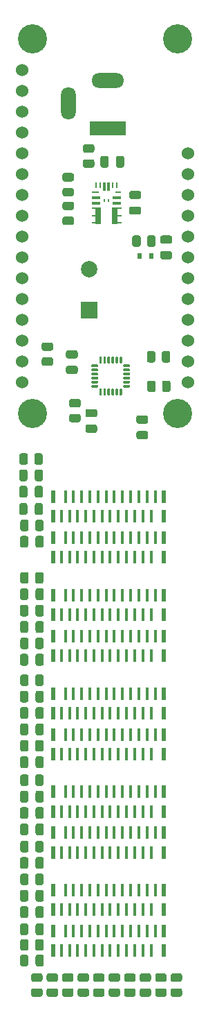
<source format=gbr>
G04 #@! TF.GenerationSoftware,KiCad,Pcbnew,(5.1.9)-1*
G04 #@! TF.CreationDate,2021-02-24T14:06:18-05:00*
G04 #@! TF.ProjectId,feather_multi_oled,66656174-6865-4725-9f6d-756c74695f6f,0.1a*
G04 #@! TF.SameCoordinates,Original*
G04 #@! TF.FileFunction,Soldermask,Top*
G04 #@! TF.FilePolarity,Negative*
%FSLAX46Y46*%
G04 Gerber Fmt 4.6, Leading zero omitted, Abs format (unit mm)*
G04 Created by KiCad (PCBNEW (5.1.9)-1) date 2021-02-24 14:06:18*
%MOMM*%
%LPD*%
G01*
G04 APERTURE LIST*
%ADD10R,0.609600X1.600200*%
%ADD11R,0.406400X1.600200*%
%ADD12R,0.812800X0.254000*%
%ADD13R,1.092200X0.304800*%
%ADD14R,0.508000X0.254000*%
%ADD15R,0.711200X0.254000*%
%ADD16R,0.254000X0.711200*%
%ADD17R,0.304800X1.092200*%
%ADD18R,0.254000X0.406400*%
%ADD19R,0.700000X2.000000*%
%ADD20C,1.524000*%
%ADD21C,3.556000*%
%ADD22R,0.600000X0.700000*%
%ADD23O,1.800000X4.000000*%
%ADD24O,4.000000X1.800000*%
%ADD25R,4.400000X1.800000*%
%ADD26R,2.000000X2.000000*%
%ADD27C,2.000000*%
G04 APERTURE END LIST*
D10*
X115516000Y-108524800D03*
X102003200Y-108524800D03*
X115516000Y-110912400D03*
X102003200Y-110912400D03*
D11*
X102993800Y-110912400D03*
X103501800Y-108524800D03*
X104009800Y-110912400D03*
X104492400Y-108524800D03*
X105000400Y-110912400D03*
X105508400Y-108524800D03*
X105991000Y-110912400D03*
X106499000Y-108524800D03*
X107007000Y-110912400D03*
X107489600Y-108524800D03*
X107997600Y-110912400D03*
X108505600Y-108524800D03*
X108988200Y-110912400D03*
X109496200Y-108524800D03*
X110004200Y-110912400D03*
X110512200Y-108524800D03*
X110994800Y-110912400D03*
X111502800Y-108524800D03*
X112010800Y-110912400D03*
X112493400Y-108524800D03*
X113001400Y-110912400D03*
X113509400Y-108524800D03*
X113992000Y-110912400D03*
X114500000Y-108524800D03*
D10*
X115516000Y-103524800D03*
X102003200Y-103524800D03*
X115516000Y-105912400D03*
X102003200Y-105912400D03*
D11*
X102993800Y-105912400D03*
X103501800Y-103524800D03*
X104009800Y-105912400D03*
X104492400Y-103524800D03*
X105000400Y-105912400D03*
X105508400Y-103524800D03*
X105991000Y-105912400D03*
X106499000Y-103524800D03*
X107007000Y-105912400D03*
X107489600Y-103524800D03*
X107997600Y-105912400D03*
X108505600Y-103524800D03*
X108988200Y-105912400D03*
X109496200Y-103524800D03*
X110004200Y-105912400D03*
X110512200Y-103524800D03*
X110994800Y-105912400D03*
X111502800Y-103524800D03*
X112010800Y-105912400D03*
X112493400Y-103524800D03*
X113001400Y-105912400D03*
X113509400Y-103524800D03*
X113992000Y-105912400D03*
X114500000Y-103524800D03*
D10*
X115516000Y-115524800D03*
X102003200Y-115524800D03*
X115516000Y-117912400D03*
X102003200Y-117912400D03*
D11*
X102993800Y-117912400D03*
X103501800Y-115524800D03*
X104009800Y-117912400D03*
X104492400Y-115524800D03*
X105000400Y-117912400D03*
X105508400Y-115524800D03*
X105991000Y-117912400D03*
X106499000Y-115524800D03*
X107007000Y-117912400D03*
X107489600Y-115524800D03*
X107997600Y-117912400D03*
X108505600Y-115524800D03*
X108988200Y-117912400D03*
X109496200Y-115524800D03*
X110004200Y-117912400D03*
X110512200Y-115524800D03*
X110994800Y-117912400D03*
X111502800Y-115524800D03*
X112010800Y-117912400D03*
X112493400Y-115524800D03*
X113001400Y-117912400D03*
X113509400Y-115524800D03*
X113992000Y-117912400D03*
X114500000Y-115524800D03*
D10*
X115516000Y-127524800D03*
X102003200Y-127524800D03*
X115516000Y-129912400D03*
X102003200Y-129912400D03*
D11*
X102993800Y-129912400D03*
X103501800Y-127524800D03*
X104009800Y-129912400D03*
X104492400Y-127524800D03*
X105000400Y-129912400D03*
X105508400Y-127524800D03*
X105991000Y-129912400D03*
X106499000Y-127524800D03*
X107007000Y-129912400D03*
X107489600Y-127524800D03*
X107997600Y-129912400D03*
X108505600Y-127524800D03*
X108988200Y-129912400D03*
X109496200Y-127524800D03*
X110004200Y-129912400D03*
X110512200Y-127524800D03*
X110994800Y-129912400D03*
X111502800Y-127524800D03*
X112010800Y-129912400D03*
X112493400Y-127524800D03*
X113001400Y-129912400D03*
X113509400Y-127524800D03*
X113992000Y-129912400D03*
X114500000Y-127524800D03*
D10*
X115516000Y-120524800D03*
X102003200Y-120524800D03*
X115516000Y-122912400D03*
X102003200Y-122912400D03*
D11*
X102993800Y-122912400D03*
X103501800Y-120524800D03*
X104009800Y-122912400D03*
X104492400Y-120524800D03*
X105000400Y-122912400D03*
X105508400Y-120524800D03*
X105991000Y-122912400D03*
X106499000Y-120524800D03*
X107007000Y-122912400D03*
X107489600Y-120524800D03*
X107997600Y-122912400D03*
X108505600Y-120524800D03*
X108988200Y-122912400D03*
X109496200Y-120524800D03*
X110004200Y-122912400D03*
X110512200Y-120524800D03*
X110994800Y-122912400D03*
X111502800Y-120524800D03*
X112010800Y-122912400D03*
X112493400Y-120524800D03*
X113001400Y-122912400D03*
X113509400Y-120524800D03*
X113992000Y-122912400D03*
X114500000Y-120524800D03*
D10*
X115516000Y-132524800D03*
X102003200Y-132524800D03*
X115516000Y-134912400D03*
X102003200Y-134912400D03*
D11*
X102993800Y-134912400D03*
X103501800Y-132524800D03*
X104009800Y-134912400D03*
X104492400Y-132524800D03*
X105000400Y-134912400D03*
X105508400Y-132524800D03*
X105991000Y-134912400D03*
X106499000Y-132524800D03*
X107007000Y-134912400D03*
X107489600Y-132524800D03*
X107997600Y-134912400D03*
X108505600Y-132524800D03*
X108988200Y-134912400D03*
X109496200Y-132524800D03*
X110004200Y-134912400D03*
X110512200Y-132524800D03*
X110994800Y-134912400D03*
X111502800Y-132524800D03*
X112010800Y-134912400D03*
X112493400Y-132524800D03*
X113001400Y-134912400D03*
X113509400Y-132524800D03*
X113992000Y-134912400D03*
X114500000Y-132524800D03*
D10*
X115516000Y-139524800D03*
X102003200Y-139524800D03*
X115516000Y-141912400D03*
X102003200Y-141912400D03*
D11*
X102993800Y-141912400D03*
X103501800Y-139524800D03*
X104009800Y-141912400D03*
X104492400Y-139524800D03*
X105000400Y-141912400D03*
X105508400Y-139524800D03*
X105991000Y-141912400D03*
X106499000Y-139524800D03*
X107007000Y-141912400D03*
X107489600Y-139524800D03*
X107997600Y-141912400D03*
X108505600Y-139524800D03*
X108988200Y-141912400D03*
X109496200Y-139524800D03*
X110004200Y-141912400D03*
X110512200Y-139524800D03*
X110994800Y-141912400D03*
X111502800Y-139524800D03*
X112010800Y-141912400D03*
X112493400Y-139524800D03*
X113001400Y-141912400D03*
X113509400Y-139524800D03*
X113992000Y-141912400D03*
X114500000Y-139524800D03*
D10*
X115516000Y-144524800D03*
X102003200Y-144524800D03*
X115516000Y-146912400D03*
X102003200Y-146912400D03*
D11*
X102993800Y-146912400D03*
X103501800Y-144524800D03*
X104009800Y-146912400D03*
X104492400Y-144524800D03*
X105000400Y-146912400D03*
X105508400Y-144524800D03*
X105991000Y-146912400D03*
X106499000Y-144524800D03*
X107007000Y-146912400D03*
X107489600Y-144524800D03*
X107997600Y-146912400D03*
X108505600Y-144524800D03*
X108988200Y-146912400D03*
X109496200Y-144524800D03*
X110004200Y-146912400D03*
X110512200Y-144524800D03*
X110994800Y-146912400D03*
X111502800Y-144524800D03*
X112010800Y-146912400D03*
X112493400Y-144524800D03*
X113001400Y-146912400D03*
X113509400Y-144524800D03*
X113992000Y-146912400D03*
X114500000Y-144524800D03*
D10*
X115516000Y-151524800D03*
X102003200Y-151524800D03*
X115516000Y-153912400D03*
X102003200Y-153912400D03*
D11*
X102993800Y-153912400D03*
X103501800Y-151524800D03*
X104009800Y-153912400D03*
X104492400Y-151524800D03*
X105000400Y-153912400D03*
X105508400Y-151524800D03*
X105991000Y-153912400D03*
X106499000Y-151524800D03*
X107007000Y-153912400D03*
X107489600Y-151524800D03*
X107997600Y-153912400D03*
X108505600Y-151524800D03*
X108988200Y-153912400D03*
X109496200Y-151524800D03*
X110004200Y-153912400D03*
X110512200Y-151524800D03*
X110994800Y-153912400D03*
X111502800Y-151524800D03*
X112010800Y-153912400D03*
X112493400Y-151524800D03*
X113001400Y-153912400D03*
X113509400Y-151524800D03*
X113992000Y-153912400D03*
X114500000Y-151524800D03*
D10*
X115516000Y-156524800D03*
X102003200Y-156524800D03*
X115516000Y-158912400D03*
X102003200Y-158912400D03*
D11*
X102993800Y-158912400D03*
X103501800Y-156524800D03*
X104009800Y-158912400D03*
X104492400Y-156524800D03*
X105000400Y-158912400D03*
X105508400Y-156524800D03*
X105991000Y-158912400D03*
X106499000Y-156524800D03*
X107007000Y-158912400D03*
X107489600Y-156524800D03*
X107997600Y-158912400D03*
X108505600Y-156524800D03*
X108988200Y-158912400D03*
X109496200Y-156524800D03*
X110004200Y-158912400D03*
X110512200Y-156524800D03*
X110994800Y-158912400D03*
X111502800Y-156524800D03*
X112010800Y-158912400D03*
X112493400Y-156524800D03*
X113001400Y-158912400D03*
X113509400Y-156524800D03*
X113992000Y-158912400D03*
X114500000Y-156524800D03*
D12*
X107156000Y-66375000D03*
D13*
X107296000Y-67024999D03*
X107296000Y-67675000D03*
D14*
X107004000Y-68325000D03*
X107004000Y-69175001D03*
X107004000Y-70025000D03*
X110096000Y-70025000D03*
X110096000Y-69175001D03*
X110096000Y-68325000D03*
D13*
X109804000Y-67675000D03*
X109804000Y-67024999D03*
D15*
X109994000Y-66375000D03*
D16*
X109800000Y-65481000D03*
X109300001Y-65481000D03*
D17*
X108800000Y-65671000D03*
X108300000Y-65671000D03*
D16*
X107799999Y-65481000D03*
X107300000Y-65481000D03*
D18*
X108300000Y-67350000D03*
X108800000Y-67350000D03*
D19*
X107534000Y-69195000D03*
X109566000Y-69195000D03*
D20*
X118560000Y-61610000D03*
X118560000Y-64150000D03*
X118560000Y-66690000D03*
X118560000Y-69230000D03*
X118560000Y-71770000D03*
X118560000Y-74310000D03*
X118560000Y-76850000D03*
X118560000Y-79390000D03*
X118560000Y-81930000D03*
X118560000Y-84470000D03*
X118560000Y-87010000D03*
X118560000Y-89550000D03*
X98240000Y-89550000D03*
X98240000Y-87010000D03*
X98240000Y-84470000D03*
X98240000Y-81930000D03*
X98240000Y-79390000D03*
X98240000Y-76850000D03*
X98240000Y-74310000D03*
X98240000Y-71770000D03*
X98240000Y-69230000D03*
X98240000Y-66690000D03*
X98240000Y-64150000D03*
X98240000Y-61610000D03*
X98240000Y-59070000D03*
X98240000Y-56530000D03*
X98240000Y-53990000D03*
X98240000Y-51450000D03*
D21*
X99510000Y-93360000D03*
X99510000Y-47640000D03*
X117290000Y-93360000D03*
X117290000Y-47640000D03*
G36*
G01*
X109700000Y-63100000D02*
X109700000Y-62150000D01*
G75*
G02*
X109950000Y-61900000I250000J0D01*
G01*
X110450000Y-61900000D01*
G75*
G02*
X110700000Y-62150000I0J-250000D01*
G01*
X110700000Y-63100000D01*
G75*
G02*
X110450000Y-63350000I-250000J0D01*
G01*
X109950000Y-63350000D01*
G75*
G02*
X109700000Y-63100000I0J250000D01*
G01*
G37*
G36*
G01*
X107800000Y-63100000D02*
X107800000Y-62150000D01*
G75*
G02*
X108050000Y-61900000I250000J0D01*
G01*
X108550000Y-61900000D01*
G75*
G02*
X108800000Y-62150000I0J-250000D01*
G01*
X108800000Y-63100000D01*
G75*
G02*
X108550000Y-63350000I-250000J0D01*
G01*
X108050000Y-63350000D01*
G75*
G02*
X107800000Y-63100000I0J250000D01*
G01*
G37*
G36*
G01*
X112525000Y-69075000D02*
X111575000Y-69075000D01*
G75*
G02*
X111325000Y-68825000I0J250000D01*
G01*
X111325000Y-68325000D01*
G75*
G02*
X111575000Y-68075000I250000J0D01*
G01*
X112525000Y-68075000D01*
G75*
G02*
X112775000Y-68325000I0J-250000D01*
G01*
X112775000Y-68825000D01*
G75*
G02*
X112525000Y-69075000I-250000J0D01*
G01*
G37*
G36*
G01*
X112525000Y-67175000D02*
X111575000Y-67175000D01*
G75*
G02*
X111325000Y-66925000I0J250000D01*
G01*
X111325000Y-66425000D01*
G75*
G02*
X111575000Y-66175000I250000J0D01*
G01*
X112525000Y-66175000D01*
G75*
G02*
X112775000Y-66425000I0J-250000D01*
G01*
X112775000Y-66925000D01*
G75*
G02*
X112525000Y-67175000I-250000J0D01*
G01*
G37*
G36*
G01*
X115375000Y-71625000D02*
X116325000Y-71625000D01*
G75*
G02*
X116575000Y-71875000I0J-250000D01*
G01*
X116575000Y-72375000D01*
G75*
G02*
X116325000Y-72625000I-250000J0D01*
G01*
X115375000Y-72625000D01*
G75*
G02*
X115125000Y-72375000I0J250000D01*
G01*
X115125000Y-71875000D01*
G75*
G02*
X115375000Y-71625000I250000J0D01*
G01*
G37*
G36*
G01*
X115375000Y-73525000D02*
X116325000Y-73525000D01*
G75*
G02*
X116575000Y-73775000I0J-250000D01*
G01*
X116575000Y-74275000D01*
G75*
G02*
X116325000Y-74525000I-250000J0D01*
G01*
X115375000Y-74525000D01*
G75*
G02*
X115125000Y-74275000I0J250000D01*
G01*
X115125000Y-73775000D01*
G75*
G02*
X115375000Y-73525000I250000J0D01*
G01*
G37*
G36*
G01*
X98850000Y-104525000D02*
X98850000Y-105475000D01*
G75*
G02*
X98600000Y-105725000I-250000J0D01*
G01*
X98100000Y-105725000D01*
G75*
G02*
X97850000Y-105475000I0J250000D01*
G01*
X97850000Y-104525000D01*
G75*
G02*
X98100000Y-104275000I250000J0D01*
G01*
X98600000Y-104275000D01*
G75*
G02*
X98850000Y-104525000I0J-250000D01*
G01*
G37*
G36*
G01*
X100750000Y-104525000D02*
X100750000Y-105475000D01*
G75*
G02*
X100500000Y-105725000I-250000J0D01*
G01*
X100000000Y-105725000D01*
G75*
G02*
X99750000Y-105475000I0J250000D01*
G01*
X99750000Y-104525000D01*
G75*
G02*
X100000000Y-104275000I250000J0D01*
G01*
X100500000Y-104275000D01*
G75*
G02*
X100750000Y-104525000I0J-250000D01*
G01*
G37*
G36*
G01*
X100750000Y-102425000D02*
X100750000Y-103375000D01*
G75*
G02*
X100500000Y-103625000I-250000J0D01*
G01*
X100000000Y-103625000D01*
G75*
G02*
X99750000Y-103375000I0J250000D01*
G01*
X99750000Y-102425000D01*
G75*
G02*
X100000000Y-102175000I250000J0D01*
G01*
X100500000Y-102175000D01*
G75*
G02*
X100750000Y-102425000I0J-250000D01*
G01*
G37*
G36*
G01*
X98850000Y-102425000D02*
X98850000Y-103375000D01*
G75*
G02*
X98600000Y-103625000I-250000J0D01*
G01*
X98100000Y-103625000D01*
G75*
G02*
X97850000Y-103375000I0J250000D01*
G01*
X97850000Y-102425000D01*
G75*
G02*
X98100000Y-102175000I250000J0D01*
G01*
X98600000Y-102175000D01*
G75*
G02*
X98850000Y-102425000I0J-250000D01*
G01*
G37*
G36*
G01*
X98850000Y-100425000D02*
X98850000Y-101375000D01*
G75*
G02*
X98600000Y-101625000I-250000J0D01*
G01*
X98100000Y-101625000D01*
G75*
G02*
X97850000Y-101375000I0J250000D01*
G01*
X97850000Y-100425000D01*
G75*
G02*
X98100000Y-100175000I250000J0D01*
G01*
X98600000Y-100175000D01*
G75*
G02*
X98850000Y-100425000I0J-250000D01*
G01*
G37*
G36*
G01*
X100750000Y-100425000D02*
X100750000Y-101375000D01*
G75*
G02*
X100500000Y-101625000I-250000J0D01*
G01*
X100000000Y-101625000D01*
G75*
G02*
X99750000Y-101375000I0J250000D01*
G01*
X99750000Y-100425000D01*
G75*
G02*
X100000000Y-100175000I250000J0D01*
G01*
X100500000Y-100175000D01*
G75*
G02*
X100750000Y-100425000I0J-250000D01*
G01*
G37*
G36*
G01*
X100850000Y-108525000D02*
X100850000Y-109475000D01*
G75*
G02*
X100600000Y-109725000I-250000J0D01*
G01*
X100100000Y-109725000D01*
G75*
G02*
X99850000Y-109475000I0J250000D01*
G01*
X99850000Y-108525000D01*
G75*
G02*
X100100000Y-108275000I250000J0D01*
G01*
X100600000Y-108275000D01*
G75*
G02*
X100850000Y-108525000I0J-250000D01*
G01*
G37*
G36*
G01*
X98950000Y-108525000D02*
X98950000Y-109475000D01*
G75*
G02*
X98700000Y-109725000I-250000J0D01*
G01*
X98200000Y-109725000D01*
G75*
G02*
X97950000Y-109475000I0J250000D01*
G01*
X97950000Y-108525000D01*
G75*
G02*
X98200000Y-108275000I250000J0D01*
G01*
X98700000Y-108275000D01*
G75*
G02*
X98950000Y-108525000I0J-250000D01*
G01*
G37*
G36*
G01*
X98950000Y-114925000D02*
X98950000Y-115875000D01*
G75*
G02*
X98700000Y-116125000I-250000J0D01*
G01*
X98200000Y-116125000D01*
G75*
G02*
X97950000Y-115875000I0J250000D01*
G01*
X97950000Y-114925000D01*
G75*
G02*
X98200000Y-114675000I250000J0D01*
G01*
X98700000Y-114675000D01*
G75*
G02*
X98950000Y-114925000I0J-250000D01*
G01*
G37*
G36*
G01*
X100850000Y-114925000D02*
X100850000Y-115875000D01*
G75*
G02*
X100600000Y-116125000I-250000J0D01*
G01*
X100100000Y-116125000D01*
G75*
G02*
X99850000Y-115875000I0J250000D01*
G01*
X99850000Y-114925000D01*
G75*
G02*
X100100000Y-114675000I250000J0D01*
G01*
X100600000Y-114675000D01*
G75*
G02*
X100850000Y-114925000I0J-250000D01*
G01*
G37*
G36*
G01*
X100850000Y-116925000D02*
X100850000Y-117875000D01*
G75*
G02*
X100600000Y-118125000I-250000J0D01*
G01*
X100100000Y-118125000D01*
G75*
G02*
X99850000Y-117875000I0J250000D01*
G01*
X99850000Y-116925000D01*
G75*
G02*
X100100000Y-116675000I250000J0D01*
G01*
X100600000Y-116675000D01*
G75*
G02*
X100850000Y-116925000I0J-250000D01*
G01*
G37*
G36*
G01*
X98950000Y-116925000D02*
X98950000Y-117875000D01*
G75*
G02*
X98700000Y-118125000I-250000J0D01*
G01*
X98200000Y-118125000D01*
G75*
G02*
X97950000Y-117875000I0J250000D01*
G01*
X97950000Y-116925000D01*
G75*
G02*
X98200000Y-116675000I250000J0D01*
G01*
X98700000Y-116675000D01*
G75*
G02*
X98950000Y-116925000I0J-250000D01*
G01*
G37*
G36*
G01*
X98950000Y-118925000D02*
X98950000Y-119875000D01*
G75*
G02*
X98700000Y-120125000I-250000J0D01*
G01*
X98200000Y-120125000D01*
G75*
G02*
X97950000Y-119875000I0J250000D01*
G01*
X97950000Y-118925000D01*
G75*
G02*
X98200000Y-118675000I250000J0D01*
G01*
X98700000Y-118675000D01*
G75*
G02*
X98950000Y-118925000I0J-250000D01*
G01*
G37*
G36*
G01*
X100850000Y-118925000D02*
X100850000Y-119875000D01*
G75*
G02*
X100600000Y-120125000I-250000J0D01*
G01*
X100100000Y-120125000D01*
G75*
G02*
X99850000Y-119875000I0J250000D01*
G01*
X99850000Y-118925000D01*
G75*
G02*
X100100000Y-118675000I250000J0D01*
G01*
X100600000Y-118675000D01*
G75*
G02*
X100850000Y-118925000I0J-250000D01*
G01*
G37*
G36*
G01*
X98950000Y-127425000D02*
X98950000Y-128375000D01*
G75*
G02*
X98700000Y-128625000I-250000J0D01*
G01*
X98200000Y-128625000D01*
G75*
G02*
X97950000Y-128375000I0J250000D01*
G01*
X97950000Y-127425000D01*
G75*
G02*
X98200000Y-127175000I250000J0D01*
G01*
X98700000Y-127175000D01*
G75*
G02*
X98950000Y-127425000I0J-250000D01*
G01*
G37*
G36*
G01*
X100850000Y-127425000D02*
X100850000Y-128375000D01*
G75*
G02*
X100600000Y-128625000I-250000J0D01*
G01*
X100100000Y-128625000D01*
G75*
G02*
X99850000Y-128375000I0J250000D01*
G01*
X99850000Y-127425000D01*
G75*
G02*
X100100000Y-127175000I250000J0D01*
G01*
X100600000Y-127175000D01*
G75*
G02*
X100850000Y-127425000I0J-250000D01*
G01*
G37*
G36*
G01*
X100850000Y-129425000D02*
X100850000Y-130375000D01*
G75*
G02*
X100600000Y-130625000I-250000J0D01*
G01*
X100100000Y-130625000D01*
G75*
G02*
X99850000Y-130375000I0J250000D01*
G01*
X99850000Y-129425000D01*
G75*
G02*
X100100000Y-129175000I250000J0D01*
G01*
X100600000Y-129175000D01*
G75*
G02*
X100850000Y-129425000I0J-250000D01*
G01*
G37*
G36*
G01*
X98950000Y-129425000D02*
X98950000Y-130375000D01*
G75*
G02*
X98700000Y-130625000I-250000J0D01*
G01*
X98200000Y-130625000D01*
G75*
G02*
X97950000Y-130375000I0J250000D01*
G01*
X97950000Y-129425000D01*
G75*
G02*
X98200000Y-129175000I250000J0D01*
G01*
X98700000Y-129175000D01*
G75*
G02*
X98950000Y-129425000I0J-250000D01*
G01*
G37*
G36*
G01*
X98950000Y-131425000D02*
X98950000Y-132375000D01*
G75*
G02*
X98700000Y-132625000I-250000J0D01*
G01*
X98200000Y-132625000D01*
G75*
G02*
X97950000Y-132375000I0J250000D01*
G01*
X97950000Y-131425000D01*
G75*
G02*
X98200000Y-131175000I250000J0D01*
G01*
X98700000Y-131175000D01*
G75*
G02*
X98950000Y-131425000I0J-250000D01*
G01*
G37*
G36*
G01*
X100850000Y-131425000D02*
X100850000Y-132375000D01*
G75*
G02*
X100600000Y-132625000I-250000J0D01*
G01*
X100100000Y-132625000D01*
G75*
G02*
X99850000Y-132375000I0J250000D01*
G01*
X99850000Y-131425000D01*
G75*
G02*
X100100000Y-131175000I250000J0D01*
G01*
X100600000Y-131175000D01*
G75*
G02*
X100850000Y-131425000I0J-250000D01*
G01*
G37*
G36*
G01*
X100850000Y-122925000D02*
X100850000Y-123875000D01*
G75*
G02*
X100600000Y-124125000I-250000J0D01*
G01*
X100100000Y-124125000D01*
G75*
G02*
X99850000Y-123875000I0J250000D01*
G01*
X99850000Y-122925000D01*
G75*
G02*
X100100000Y-122675000I250000J0D01*
G01*
X100600000Y-122675000D01*
G75*
G02*
X100850000Y-122925000I0J-250000D01*
G01*
G37*
G36*
G01*
X98950000Y-122925000D02*
X98950000Y-123875000D01*
G75*
G02*
X98700000Y-124125000I-250000J0D01*
G01*
X98200000Y-124125000D01*
G75*
G02*
X97950000Y-123875000I0J250000D01*
G01*
X97950000Y-122925000D01*
G75*
G02*
X98200000Y-122675000I250000J0D01*
G01*
X98700000Y-122675000D01*
G75*
G02*
X98950000Y-122925000I0J-250000D01*
G01*
G37*
G36*
G01*
X100850000Y-135425000D02*
X100850000Y-136375000D01*
G75*
G02*
X100600000Y-136625000I-250000J0D01*
G01*
X100100000Y-136625000D01*
G75*
G02*
X99850000Y-136375000I0J250000D01*
G01*
X99850000Y-135425000D01*
G75*
G02*
X100100000Y-135175000I250000J0D01*
G01*
X100600000Y-135175000D01*
G75*
G02*
X100850000Y-135425000I0J-250000D01*
G01*
G37*
G36*
G01*
X98950000Y-135425000D02*
X98950000Y-136375000D01*
G75*
G02*
X98700000Y-136625000I-250000J0D01*
G01*
X98200000Y-136625000D01*
G75*
G02*
X97950000Y-136375000I0J250000D01*
G01*
X97950000Y-135425000D01*
G75*
G02*
X98200000Y-135175000I250000J0D01*
G01*
X98700000Y-135175000D01*
G75*
G02*
X98950000Y-135425000I0J-250000D01*
G01*
G37*
G36*
G01*
X98950000Y-139625000D02*
X98950000Y-140575000D01*
G75*
G02*
X98700000Y-140825000I-250000J0D01*
G01*
X98200000Y-140825000D01*
G75*
G02*
X97950000Y-140575000I0J250000D01*
G01*
X97950000Y-139625000D01*
G75*
G02*
X98200000Y-139375000I250000J0D01*
G01*
X98700000Y-139375000D01*
G75*
G02*
X98950000Y-139625000I0J-250000D01*
G01*
G37*
G36*
G01*
X100850000Y-139625000D02*
X100850000Y-140575000D01*
G75*
G02*
X100600000Y-140825000I-250000J0D01*
G01*
X100100000Y-140825000D01*
G75*
G02*
X99850000Y-140575000I0J250000D01*
G01*
X99850000Y-139625000D01*
G75*
G02*
X100100000Y-139375000I250000J0D01*
G01*
X100600000Y-139375000D01*
G75*
G02*
X100850000Y-139625000I0J-250000D01*
G01*
G37*
G36*
G01*
X100850000Y-141625000D02*
X100850000Y-142575000D01*
G75*
G02*
X100600000Y-142825000I-250000J0D01*
G01*
X100100000Y-142825000D01*
G75*
G02*
X99850000Y-142575000I0J250000D01*
G01*
X99850000Y-141625000D01*
G75*
G02*
X100100000Y-141375000I250000J0D01*
G01*
X100600000Y-141375000D01*
G75*
G02*
X100850000Y-141625000I0J-250000D01*
G01*
G37*
G36*
G01*
X98950000Y-141625000D02*
X98950000Y-142575000D01*
G75*
G02*
X98700000Y-142825000I-250000J0D01*
G01*
X98200000Y-142825000D01*
G75*
G02*
X97950000Y-142575000I0J250000D01*
G01*
X97950000Y-141625000D01*
G75*
G02*
X98200000Y-141375000I250000J0D01*
G01*
X98700000Y-141375000D01*
G75*
G02*
X98950000Y-141625000I0J-250000D01*
G01*
G37*
G36*
G01*
X98950000Y-143625000D02*
X98950000Y-144575000D01*
G75*
G02*
X98700000Y-144825000I-250000J0D01*
G01*
X98200000Y-144825000D01*
G75*
G02*
X97950000Y-144575000I0J250000D01*
G01*
X97950000Y-143625000D01*
G75*
G02*
X98200000Y-143375000I250000J0D01*
G01*
X98700000Y-143375000D01*
G75*
G02*
X98950000Y-143625000I0J-250000D01*
G01*
G37*
G36*
G01*
X100850000Y-143625000D02*
X100850000Y-144575000D01*
G75*
G02*
X100600000Y-144825000I-250000J0D01*
G01*
X100100000Y-144825000D01*
G75*
G02*
X99850000Y-144575000I0J250000D01*
G01*
X99850000Y-143625000D01*
G75*
G02*
X100100000Y-143375000I250000J0D01*
G01*
X100600000Y-143375000D01*
G75*
G02*
X100850000Y-143625000I0J-250000D01*
G01*
G37*
G36*
G01*
X100850000Y-147725000D02*
X100850000Y-148675000D01*
G75*
G02*
X100600000Y-148925000I-250000J0D01*
G01*
X100100000Y-148925000D01*
G75*
G02*
X99850000Y-148675000I0J250000D01*
G01*
X99850000Y-147725000D01*
G75*
G02*
X100100000Y-147475000I250000J0D01*
G01*
X100600000Y-147475000D01*
G75*
G02*
X100850000Y-147725000I0J-250000D01*
G01*
G37*
G36*
G01*
X98950000Y-147725000D02*
X98950000Y-148675000D01*
G75*
G02*
X98700000Y-148925000I-250000J0D01*
G01*
X98200000Y-148925000D01*
G75*
G02*
X97950000Y-148675000I0J250000D01*
G01*
X97950000Y-147725000D01*
G75*
G02*
X98200000Y-147475000I250000J0D01*
G01*
X98700000Y-147475000D01*
G75*
G02*
X98950000Y-147725000I0J-250000D01*
G01*
G37*
G36*
G01*
X100850000Y-151725000D02*
X100850000Y-152675000D01*
G75*
G02*
X100600000Y-152925000I-250000J0D01*
G01*
X100100000Y-152925000D01*
G75*
G02*
X99850000Y-152675000I0J250000D01*
G01*
X99850000Y-151725000D01*
G75*
G02*
X100100000Y-151475000I250000J0D01*
G01*
X100600000Y-151475000D01*
G75*
G02*
X100850000Y-151725000I0J-250000D01*
G01*
G37*
G36*
G01*
X98950000Y-151725000D02*
X98950000Y-152675000D01*
G75*
G02*
X98700000Y-152925000I-250000J0D01*
G01*
X98200000Y-152925000D01*
G75*
G02*
X97950000Y-152675000I0J250000D01*
G01*
X97950000Y-151725000D01*
G75*
G02*
X98200000Y-151475000I250000J0D01*
G01*
X98700000Y-151475000D01*
G75*
G02*
X98950000Y-151725000I0J-250000D01*
G01*
G37*
G36*
G01*
X98950000Y-153725000D02*
X98950000Y-154675000D01*
G75*
G02*
X98700000Y-154925000I-250000J0D01*
G01*
X98200000Y-154925000D01*
G75*
G02*
X97950000Y-154675000I0J250000D01*
G01*
X97950000Y-153725000D01*
G75*
G02*
X98200000Y-153475000I250000J0D01*
G01*
X98700000Y-153475000D01*
G75*
G02*
X98950000Y-153725000I0J-250000D01*
G01*
G37*
G36*
G01*
X100850000Y-153725000D02*
X100850000Y-154675000D01*
G75*
G02*
X100600000Y-154925000I-250000J0D01*
G01*
X100100000Y-154925000D01*
G75*
G02*
X99850000Y-154675000I0J250000D01*
G01*
X99850000Y-153725000D01*
G75*
G02*
X100100000Y-153475000I250000J0D01*
G01*
X100600000Y-153475000D01*
G75*
G02*
X100850000Y-153725000I0J-250000D01*
G01*
G37*
G36*
G01*
X100850000Y-155825000D02*
X100850000Y-156775000D01*
G75*
G02*
X100600000Y-157025000I-250000J0D01*
G01*
X100100000Y-157025000D01*
G75*
G02*
X99850000Y-156775000I0J250000D01*
G01*
X99850000Y-155825000D01*
G75*
G02*
X100100000Y-155575000I250000J0D01*
G01*
X100600000Y-155575000D01*
G75*
G02*
X100850000Y-155825000I0J-250000D01*
G01*
G37*
G36*
G01*
X98950000Y-155825000D02*
X98950000Y-156775000D01*
G75*
G02*
X98700000Y-157025000I-250000J0D01*
G01*
X98200000Y-157025000D01*
G75*
G02*
X97950000Y-156775000I0J250000D01*
G01*
X97950000Y-155825000D01*
G75*
G02*
X98200000Y-155575000I250000J0D01*
G01*
X98700000Y-155575000D01*
G75*
G02*
X98950000Y-155825000I0J-250000D01*
G01*
G37*
G36*
G01*
X100850000Y-159625000D02*
X100850000Y-160575000D01*
G75*
G02*
X100600000Y-160825000I-250000J0D01*
G01*
X100100000Y-160825000D01*
G75*
G02*
X99850000Y-160575000I0J250000D01*
G01*
X99850000Y-159625000D01*
G75*
G02*
X100100000Y-159375000I250000J0D01*
G01*
X100600000Y-159375000D01*
G75*
G02*
X100850000Y-159625000I0J-250000D01*
G01*
G37*
G36*
G01*
X98950000Y-159625000D02*
X98950000Y-160575000D01*
G75*
G02*
X98700000Y-160825000I-250000J0D01*
G01*
X98200000Y-160825000D01*
G75*
G02*
X97950000Y-160575000I0J250000D01*
G01*
X97950000Y-159625000D01*
G75*
G02*
X98200000Y-159375000I250000J0D01*
G01*
X98700000Y-159375000D01*
G75*
G02*
X98950000Y-159625000I0J-250000D01*
G01*
G37*
D22*
X112600000Y-74100000D03*
X114000000Y-74100000D03*
G36*
G01*
X112725000Y-71849998D02*
X112725000Y-72750002D01*
G75*
G02*
X112475002Y-73000000I-249998J0D01*
G01*
X111949998Y-73000000D01*
G75*
G02*
X111700000Y-72750002I0J249998D01*
G01*
X111700000Y-71849998D01*
G75*
G02*
X111949998Y-71600000I249998J0D01*
G01*
X112475002Y-71600000D01*
G75*
G02*
X112725000Y-71849998I0J-249998D01*
G01*
G37*
G36*
G01*
X114550000Y-71849998D02*
X114550000Y-72750002D01*
G75*
G02*
X114300002Y-73000000I-249998J0D01*
G01*
X113774998Y-73000000D01*
G75*
G02*
X113525000Y-72750002I0J249998D01*
G01*
X113525000Y-71849998D01*
G75*
G02*
X113774998Y-71600000I249998J0D01*
G01*
X114300002Y-71600000D01*
G75*
G02*
X114550000Y-71849998I0J-249998D01*
G01*
G37*
G36*
G01*
X116649998Y-161675000D02*
X117550002Y-161675000D01*
G75*
G02*
X117800000Y-161924998I0J-249998D01*
G01*
X117800000Y-162450002D01*
G75*
G02*
X117550002Y-162700000I-249998J0D01*
G01*
X116649998Y-162700000D01*
G75*
G02*
X116400000Y-162450002I0J249998D01*
G01*
X116400000Y-161924998D01*
G75*
G02*
X116649998Y-161675000I249998J0D01*
G01*
G37*
G36*
G01*
X116649998Y-163500000D02*
X117550002Y-163500000D01*
G75*
G02*
X117800000Y-163749998I0J-249998D01*
G01*
X117800000Y-164275002D01*
G75*
G02*
X117550002Y-164525000I-249998J0D01*
G01*
X116649998Y-164525000D01*
G75*
G02*
X116400000Y-164275002I0J249998D01*
G01*
X116400000Y-163749998D01*
G75*
G02*
X116649998Y-163500000I249998J0D01*
G01*
G37*
G36*
G01*
X114749998Y-163500000D02*
X115650002Y-163500000D01*
G75*
G02*
X115900000Y-163749998I0J-249998D01*
G01*
X115900000Y-164275002D01*
G75*
G02*
X115650002Y-164525000I-249998J0D01*
G01*
X114749998Y-164525000D01*
G75*
G02*
X114500000Y-164275002I0J249998D01*
G01*
X114500000Y-163749998D01*
G75*
G02*
X114749998Y-163500000I249998J0D01*
G01*
G37*
G36*
G01*
X114749998Y-161675000D02*
X115650002Y-161675000D01*
G75*
G02*
X115900000Y-161924998I0J-249998D01*
G01*
X115900000Y-162450002D01*
G75*
G02*
X115650002Y-162700000I-249998J0D01*
G01*
X114749998Y-162700000D01*
G75*
G02*
X114500000Y-162450002I0J249998D01*
G01*
X114500000Y-161924998D01*
G75*
G02*
X114749998Y-161675000I249998J0D01*
G01*
G37*
G36*
G01*
X112849998Y-161675000D02*
X113750002Y-161675000D01*
G75*
G02*
X114000000Y-161924998I0J-249998D01*
G01*
X114000000Y-162450002D01*
G75*
G02*
X113750002Y-162700000I-249998J0D01*
G01*
X112849998Y-162700000D01*
G75*
G02*
X112600000Y-162450002I0J249998D01*
G01*
X112600000Y-161924998D01*
G75*
G02*
X112849998Y-161675000I249998J0D01*
G01*
G37*
G36*
G01*
X112849998Y-163500000D02*
X113750002Y-163500000D01*
G75*
G02*
X114000000Y-163749998I0J-249998D01*
G01*
X114000000Y-164275002D01*
G75*
G02*
X113750002Y-164525000I-249998J0D01*
G01*
X112849998Y-164525000D01*
G75*
G02*
X112600000Y-164275002I0J249998D01*
G01*
X112600000Y-163749998D01*
G75*
G02*
X112849998Y-163500000I249998J0D01*
G01*
G37*
G36*
G01*
X110949998Y-161675000D02*
X111850002Y-161675000D01*
G75*
G02*
X112100000Y-161924998I0J-249998D01*
G01*
X112100000Y-162450002D01*
G75*
G02*
X111850002Y-162700000I-249998J0D01*
G01*
X110949998Y-162700000D01*
G75*
G02*
X110700000Y-162450002I0J249998D01*
G01*
X110700000Y-161924998D01*
G75*
G02*
X110949998Y-161675000I249998J0D01*
G01*
G37*
G36*
G01*
X110949998Y-163500000D02*
X111850002Y-163500000D01*
G75*
G02*
X112100000Y-163749998I0J-249998D01*
G01*
X112100000Y-164275002D01*
G75*
G02*
X111850002Y-164525000I-249998J0D01*
G01*
X110949998Y-164525000D01*
G75*
G02*
X110700000Y-164275002I0J249998D01*
G01*
X110700000Y-163749998D01*
G75*
G02*
X110949998Y-163500000I249998J0D01*
G01*
G37*
G36*
G01*
X109049998Y-163500000D02*
X109950002Y-163500000D01*
G75*
G02*
X110200000Y-163749998I0J-249998D01*
G01*
X110200000Y-164275002D01*
G75*
G02*
X109950002Y-164525000I-249998J0D01*
G01*
X109049998Y-164525000D01*
G75*
G02*
X108800000Y-164275002I0J249998D01*
G01*
X108800000Y-163749998D01*
G75*
G02*
X109049998Y-163500000I249998J0D01*
G01*
G37*
G36*
G01*
X109049998Y-161675000D02*
X109950002Y-161675000D01*
G75*
G02*
X110200000Y-161924998I0J-249998D01*
G01*
X110200000Y-162450002D01*
G75*
G02*
X109950002Y-162700000I-249998J0D01*
G01*
X109049998Y-162700000D01*
G75*
G02*
X108800000Y-162450002I0J249998D01*
G01*
X108800000Y-161924998D01*
G75*
G02*
X109049998Y-161675000I249998J0D01*
G01*
G37*
G36*
G01*
X107149998Y-161675000D02*
X108050002Y-161675000D01*
G75*
G02*
X108300000Y-161924998I0J-249998D01*
G01*
X108300000Y-162450002D01*
G75*
G02*
X108050002Y-162700000I-249998J0D01*
G01*
X107149998Y-162700000D01*
G75*
G02*
X106900000Y-162450002I0J249998D01*
G01*
X106900000Y-161924998D01*
G75*
G02*
X107149998Y-161675000I249998J0D01*
G01*
G37*
G36*
G01*
X107149998Y-163500000D02*
X108050002Y-163500000D01*
G75*
G02*
X108300000Y-163749998I0J-249998D01*
G01*
X108300000Y-164275002D01*
G75*
G02*
X108050002Y-164525000I-249998J0D01*
G01*
X107149998Y-164525000D01*
G75*
G02*
X106900000Y-164275002I0J249998D01*
G01*
X106900000Y-163749998D01*
G75*
G02*
X107149998Y-163500000I249998J0D01*
G01*
G37*
G36*
G01*
X105249998Y-163500000D02*
X106150002Y-163500000D01*
G75*
G02*
X106400000Y-163749998I0J-249998D01*
G01*
X106400000Y-164275002D01*
G75*
G02*
X106150002Y-164525000I-249998J0D01*
G01*
X105249998Y-164525000D01*
G75*
G02*
X105000000Y-164275002I0J249998D01*
G01*
X105000000Y-163749998D01*
G75*
G02*
X105249998Y-163500000I249998J0D01*
G01*
G37*
G36*
G01*
X105249998Y-161675000D02*
X106150002Y-161675000D01*
G75*
G02*
X106400000Y-161924998I0J-249998D01*
G01*
X106400000Y-162450002D01*
G75*
G02*
X106150002Y-162700000I-249998J0D01*
G01*
X105249998Y-162700000D01*
G75*
G02*
X105000000Y-162450002I0J249998D01*
G01*
X105000000Y-161924998D01*
G75*
G02*
X105249998Y-161675000I249998J0D01*
G01*
G37*
G36*
G01*
X103349998Y-163500000D02*
X104250002Y-163500000D01*
G75*
G02*
X104500000Y-163749998I0J-249998D01*
G01*
X104500000Y-164275002D01*
G75*
G02*
X104250002Y-164525000I-249998J0D01*
G01*
X103349998Y-164525000D01*
G75*
G02*
X103100000Y-164275002I0J249998D01*
G01*
X103100000Y-163749998D01*
G75*
G02*
X103349998Y-163500000I249998J0D01*
G01*
G37*
G36*
G01*
X103349998Y-161675000D02*
X104250002Y-161675000D01*
G75*
G02*
X104500000Y-161924998I0J-249998D01*
G01*
X104500000Y-162450002D01*
G75*
G02*
X104250002Y-162700000I-249998J0D01*
G01*
X103349998Y-162700000D01*
G75*
G02*
X103100000Y-162450002I0J249998D01*
G01*
X103100000Y-161924998D01*
G75*
G02*
X103349998Y-161675000I249998J0D01*
G01*
G37*
G36*
G01*
X101449998Y-163500000D02*
X102350002Y-163500000D01*
G75*
G02*
X102600000Y-163749998I0J-249998D01*
G01*
X102600000Y-164275002D01*
G75*
G02*
X102350002Y-164525000I-249998J0D01*
G01*
X101449998Y-164525000D01*
G75*
G02*
X101200000Y-164275002I0J249998D01*
G01*
X101200000Y-163749998D01*
G75*
G02*
X101449998Y-163500000I249998J0D01*
G01*
G37*
G36*
G01*
X101449998Y-161675000D02*
X102350002Y-161675000D01*
G75*
G02*
X102600000Y-161924998I0J-249998D01*
G01*
X102600000Y-162450002D01*
G75*
G02*
X102350002Y-162700000I-249998J0D01*
G01*
X101449998Y-162700000D01*
G75*
G02*
X101200000Y-162450002I0J249998D01*
G01*
X101200000Y-161924998D01*
G75*
G02*
X101449998Y-161675000I249998J0D01*
G01*
G37*
G36*
G01*
X99549998Y-161675000D02*
X100450002Y-161675000D01*
G75*
G02*
X100700000Y-161924998I0J-249998D01*
G01*
X100700000Y-162450002D01*
G75*
G02*
X100450002Y-162700000I-249998J0D01*
G01*
X99549998Y-162700000D01*
G75*
G02*
X99300000Y-162450002I0J249998D01*
G01*
X99300000Y-161924998D01*
G75*
G02*
X99549998Y-161675000I249998J0D01*
G01*
G37*
G36*
G01*
X99549998Y-163500000D02*
X100450002Y-163500000D01*
G75*
G02*
X100700000Y-163749998I0J-249998D01*
G01*
X100700000Y-164275002D01*
G75*
G02*
X100450002Y-164525000I-249998J0D01*
G01*
X99549998Y-164525000D01*
G75*
G02*
X99300000Y-164275002I0J249998D01*
G01*
X99300000Y-163749998D01*
G75*
G02*
X99549998Y-163500000I249998J0D01*
G01*
G37*
G36*
G01*
X98900000Y-98449998D02*
X98900000Y-99350002D01*
G75*
G02*
X98650002Y-99600000I-249998J0D01*
G01*
X98124998Y-99600000D01*
G75*
G02*
X97875000Y-99350002I0J249998D01*
G01*
X97875000Y-98449998D01*
G75*
G02*
X98124998Y-98200000I249998J0D01*
G01*
X98650002Y-98200000D01*
G75*
G02*
X98900000Y-98449998I0J-249998D01*
G01*
G37*
G36*
G01*
X100725000Y-98449998D02*
X100725000Y-99350002D01*
G75*
G02*
X100475002Y-99600000I-249998J0D01*
G01*
X99949998Y-99600000D01*
G75*
G02*
X99700000Y-99350002I0J249998D01*
G01*
X99700000Y-98449998D01*
G75*
G02*
X99949998Y-98200000I249998J0D01*
G01*
X100475002Y-98200000D01*
G75*
G02*
X100725000Y-98449998I0J-249998D01*
G01*
G37*
G36*
G01*
X100825000Y-106549998D02*
X100825000Y-107450002D01*
G75*
G02*
X100575002Y-107700000I-249998J0D01*
G01*
X100049998Y-107700000D01*
G75*
G02*
X99800000Y-107450002I0J249998D01*
G01*
X99800000Y-106549998D01*
G75*
G02*
X100049998Y-106300000I249998J0D01*
G01*
X100575002Y-106300000D01*
G75*
G02*
X100825000Y-106549998I0J-249998D01*
G01*
G37*
G36*
G01*
X99000000Y-106549998D02*
X99000000Y-107450002D01*
G75*
G02*
X98750002Y-107700000I-249998J0D01*
G01*
X98224998Y-107700000D01*
G75*
G02*
X97975000Y-107450002I0J249998D01*
G01*
X97975000Y-106549998D01*
G75*
G02*
X98224998Y-106300000I249998J0D01*
G01*
X98750002Y-106300000D01*
G75*
G02*
X99000000Y-106549998I0J-249998D01*
G01*
G37*
G36*
G01*
X100825000Y-112949998D02*
X100825000Y-113850002D01*
G75*
G02*
X100575002Y-114100000I-249998J0D01*
G01*
X100049998Y-114100000D01*
G75*
G02*
X99800000Y-113850002I0J249998D01*
G01*
X99800000Y-112949998D01*
G75*
G02*
X100049998Y-112700000I249998J0D01*
G01*
X100575002Y-112700000D01*
G75*
G02*
X100825000Y-112949998I0J-249998D01*
G01*
G37*
G36*
G01*
X99000000Y-112949998D02*
X99000000Y-113850002D01*
G75*
G02*
X98750002Y-114100000I-249998J0D01*
G01*
X98224998Y-114100000D01*
G75*
G02*
X97975000Y-113850002I0J249998D01*
G01*
X97975000Y-112949998D01*
G75*
G02*
X98224998Y-112700000I249998J0D01*
G01*
X98750002Y-112700000D01*
G75*
G02*
X99000000Y-112949998I0J-249998D01*
G01*
G37*
G36*
G01*
X100825000Y-125449998D02*
X100825000Y-126350002D01*
G75*
G02*
X100575002Y-126600000I-249998J0D01*
G01*
X100049998Y-126600000D01*
G75*
G02*
X99800000Y-126350002I0J249998D01*
G01*
X99800000Y-125449998D01*
G75*
G02*
X100049998Y-125200000I249998J0D01*
G01*
X100575002Y-125200000D01*
G75*
G02*
X100825000Y-125449998I0J-249998D01*
G01*
G37*
G36*
G01*
X99000000Y-125449998D02*
X99000000Y-126350002D01*
G75*
G02*
X98750002Y-126600000I-249998J0D01*
G01*
X98224998Y-126600000D01*
G75*
G02*
X97975000Y-126350002I0J249998D01*
G01*
X97975000Y-125449998D01*
G75*
G02*
X98224998Y-125200000I249998J0D01*
G01*
X98750002Y-125200000D01*
G75*
G02*
X99000000Y-125449998I0J-249998D01*
G01*
G37*
G36*
G01*
X99000000Y-120949998D02*
X99000000Y-121850002D01*
G75*
G02*
X98750002Y-122100000I-249998J0D01*
G01*
X98224998Y-122100000D01*
G75*
G02*
X97975000Y-121850002I0J249998D01*
G01*
X97975000Y-120949998D01*
G75*
G02*
X98224998Y-120700000I249998J0D01*
G01*
X98750002Y-120700000D01*
G75*
G02*
X99000000Y-120949998I0J-249998D01*
G01*
G37*
G36*
G01*
X100825000Y-120949998D02*
X100825000Y-121850002D01*
G75*
G02*
X100575002Y-122100000I-249998J0D01*
G01*
X100049998Y-122100000D01*
G75*
G02*
X99800000Y-121850002I0J249998D01*
G01*
X99800000Y-120949998D01*
G75*
G02*
X100049998Y-120700000I249998J0D01*
G01*
X100575002Y-120700000D01*
G75*
G02*
X100825000Y-120949998I0J-249998D01*
G01*
G37*
G36*
G01*
X105899998Y-62325000D02*
X106800002Y-62325000D01*
G75*
G02*
X107050000Y-62574998I0J-249998D01*
G01*
X107050000Y-63100002D01*
G75*
G02*
X106800002Y-63350000I-249998J0D01*
G01*
X105899998Y-63350000D01*
G75*
G02*
X105650000Y-63100002I0J249998D01*
G01*
X105650000Y-62574998D01*
G75*
G02*
X105899998Y-62325000I249998J0D01*
G01*
G37*
G36*
G01*
X105899998Y-60500000D02*
X106800002Y-60500000D01*
G75*
G02*
X107050000Y-60749998I0J-249998D01*
G01*
X107050000Y-61275002D01*
G75*
G02*
X106800002Y-61525000I-249998J0D01*
G01*
X105899998Y-61525000D01*
G75*
G02*
X105650000Y-61275002I0J249998D01*
G01*
X105650000Y-60749998D01*
G75*
G02*
X105899998Y-60500000I249998J0D01*
G01*
G37*
G36*
G01*
X103399998Y-65825000D02*
X104300002Y-65825000D01*
G75*
G02*
X104550000Y-66074998I0J-249998D01*
G01*
X104550000Y-66600002D01*
G75*
G02*
X104300002Y-66850000I-249998J0D01*
G01*
X103399998Y-66850000D01*
G75*
G02*
X103150000Y-66600002I0J249998D01*
G01*
X103150000Y-66074998D01*
G75*
G02*
X103399998Y-65825000I249998J0D01*
G01*
G37*
G36*
G01*
X103399998Y-64000000D02*
X104300002Y-64000000D01*
G75*
G02*
X104550000Y-64249998I0J-249998D01*
G01*
X104550000Y-64775002D01*
G75*
G02*
X104300002Y-65025000I-249998J0D01*
G01*
X103399998Y-65025000D01*
G75*
G02*
X103150000Y-64775002I0J249998D01*
G01*
X103150000Y-64249998D01*
G75*
G02*
X103399998Y-64000000I249998J0D01*
G01*
G37*
G36*
G01*
X103399998Y-67500000D02*
X104300002Y-67500000D01*
G75*
G02*
X104550000Y-67749998I0J-249998D01*
G01*
X104550000Y-68275002D01*
G75*
G02*
X104300002Y-68525000I-249998J0D01*
G01*
X103399998Y-68525000D01*
G75*
G02*
X103150000Y-68275002I0J249998D01*
G01*
X103150000Y-67749998D01*
G75*
G02*
X103399998Y-67500000I249998J0D01*
G01*
G37*
G36*
G01*
X103399998Y-69325000D02*
X104300002Y-69325000D01*
G75*
G02*
X104550000Y-69574998I0J-249998D01*
G01*
X104550000Y-70100002D01*
G75*
G02*
X104300002Y-70350000I-249998J0D01*
G01*
X103399998Y-70350000D01*
G75*
G02*
X103150000Y-70100002I0J249998D01*
G01*
X103150000Y-69574998D01*
G75*
G02*
X103399998Y-69325000I249998J0D01*
G01*
G37*
G36*
G01*
X100825000Y-133449998D02*
X100825000Y-134350002D01*
G75*
G02*
X100575002Y-134600000I-249998J0D01*
G01*
X100049998Y-134600000D01*
G75*
G02*
X99800000Y-134350002I0J249998D01*
G01*
X99800000Y-133449998D01*
G75*
G02*
X100049998Y-133200000I249998J0D01*
G01*
X100575002Y-133200000D01*
G75*
G02*
X100825000Y-133449998I0J-249998D01*
G01*
G37*
G36*
G01*
X99000000Y-133449998D02*
X99000000Y-134350002D01*
G75*
G02*
X98750002Y-134600000I-249998J0D01*
G01*
X98224998Y-134600000D01*
G75*
G02*
X97975000Y-134350002I0J249998D01*
G01*
X97975000Y-133449998D01*
G75*
G02*
X98224998Y-133200000I249998J0D01*
G01*
X98750002Y-133200000D01*
G75*
G02*
X99000000Y-133449998I0J-249998D01*
G01*
G37*
G36*
G01*
X99000000Y-137649998D02*
X99000000Y-138550002D01*
G75*
G02*
X98750002Y-138800000I-249998J0D01*
G01*
X98224998Y-138800000D01*
G75*
G02*
X97975000Y-138550002I0J249998D01*
G01*
X97975000Y-137649998D01*
G75*
G02*
X98224998Y-137400000I249998J0D01*
G01*
X98750002Y-137400000D01*
G75*
G02*
X99000000Y-137649998I0J-249998D01*
G01*
G37*
G36*
G01*
X100825000Y-137649998D02*
X100825000Y-138550002D01*
G75*
G02*
X100575002Y-138800000I-249998J0D01*
G01*
X100049998Y-138800000D01*
G75*
G02*
X99800000Y-138550002I0J249998D01*
G01*
X99800000Y-137649998D01*
G75*
G02*
X100049998Y-137400000I249998J0D01*
G01*
X100575002Y-137400000D01*
G75*
G02*
X100825000Y-137649998I0J-249998D01*
G01*
G37*
G36*
G01*
X99000000Y-145749998D02*
X99000000Y-146650002D01*
G75*
G02*
X98750002Y-146900000I-249998J0D01*
G01*
X98224998Y-146900000D01*
G75*
G02*
X97975000Y-146650002I0J249998D01*
G01*
X97975000Y-145749998D01*
G75*
G02*
X98224998Y-145500000I249998J0D01*
G01*
X98750002Y-145500000D01*
G75*
G02*
X99000000Y-145749998I0J-249998D01*
G01*
G37*
G36*
G01*
X100825000Y-145749998D02*
X100825000Y-146650002D01*
G75*
G02*
X100575002Y-146900000I-249998J0D01*
G01*
X100049998Y-146900000D01*
G75*
G02*
X99800000Y-146650002I0J249998D01*
G01*
X99800000Y-145749998D01*
G75*
G02*
X100049998Y-145500000I249998J0D01*
G01*
X100575002Y-145500000D01*
G75*
G02*
X100825000Y-145749998I0J-249998D01*
G01*
G37*
G36*
G01*
X100825000Y-149749998D02*
X100825000Y-150650002D01*
G75*
G02*
X100575002Y-150900000I-249998J0D01*
G01*
X100049998Y-150900000D01*
G75*
G02*
X99800000Y-150650002I0J249998D01*
G01*
X99800000Y-149749998D01*
G75*
G02*
X100049998Y-149500000I249998J0D01*
G01*
X100575002Y-149500000D01*
G75*
G02*
X100825000Y-149749998I0J-249998D01*
G01*
G37*
G36*
G01*
X99000000Y-149749998D02*
X99000000Y-150650002D01*
G75*
G02*
X98750002Y-150900000I-249998J0D01*
G01*
X98224998Y-150900000D01*
G75*
G02*
X97975000Y-150650002I0J249998D01*
G01*
X97975000Y-149749998D01*
G75*
G02*
X98224998Y-149500000I249998J0D01*
G01*
X98750002Y-149500000D01*
G75*
G02*
X99000000Y-149749998I0J-249998D01*
G01*
G37*
G36*
G01*
X100825000Y-157749998D02*
X100825000Y-158650002D01*
G75*
G02*
X100575002Y-158900000I-249998J0D01*
G01*
X100049998Y-158900000D01*
G75*
G02*
X99800000Y-158650002I0J249998D01*
G01*
X99800000Y-157749998D01*
G75*
G02*
X100049998Y-157500000I249998J0D01*
G01*
X100575002Y-157500000D01*
G75*
G02*
X100825000Y-157749998I0J-249998D01*
G01*
G37*
G36*
G01*
X99000000Y-157749998D02*
X99000000Y-158650002D01*
G75*
G02*
X98750002Y-158900000I-249998J0D01*
G01*
X98224998Y-158900000D01*
G75*
G02*
X97975000Y-158650002I0J249998D01*
G01*
X97975000Y-157749998D01*
G75*
G02*
X98224998Y-157500000I249998J0D01*
G01*
X98750002Y-157500000D01*
G75*
G02*
X99000000Y-157749998I0J-249998D01*
G01*
G37*
D23*
X103900000Y-55525000D03*
D24*
X108700000Y-52725000D03*
D25*
X108700000Y-58525000D03*
G36*
G01*
X104775000Y-86625000D02*
X103825000Y-86625000D01*
G75*
G02*
X103575000Y-86375000I0J250000D01*
G01*
X103575000Y-85875000D01*
G75*
G02*
X103825000Y-85625000I250000J0D01*
G01*
X104775000Y-85625000D01*
G75*
G02*
X105025000Y-85875000I0J-250000D01*
G01*
X105025000Y-86375000D01*
G75*
G02*
X104775000Y-86625000I-250000J0D01*
G01*
G37*
G36*
G01*
X104775000Y-88525000D02*
X103825000Y-88525000D01*
G75*
G02*
X103575000Y-88275000I0J250000D01*
G01*
X103575000Y-87775000D01*
G75*
G02*
X103825000Y-87525000I250000J0D01*
G01*
X104775000Y-87525000D01*
G75*
G02*
X105025000Y-87775000I0J-250000D01*
G01*
X105025000Y-88275000D01*
G75*
G02*
X104775000Y-88525000I-250000J0D01*
G01*
G37*
G36*
G01*
X112450000Y-93575000D02*
X113400000Y-93575000D01*
G75*
G02*
X113650000Y-93825000I0J-250000D01*
G01*
X113650000Y-94325000D01*
G75*
G02*
X113400000Y-94575000I-250000J0D01*
G01*
X112450000Y-94575000D01*
G75*
G02*
X112200000Y-94325000I0J250000D01*
G01*
X112200000Y-93825000D01*
G75*
G02*
X112450000Y-93575000I250000J0D01*
G01*
G37*
G36*
G01*
X112450000Y-95475000D02*
X113400000Y-95475000D01*
G75*
G02*
X113650000Y-95725000I0J-250000D01*
G01*
X113650000Y-96225000D01*
G75*
G02*
X113400000Y-96475000I-250000J0D01*
G01*
X112450000Y-96475000D01*
G75*
G02*
X112200000Y-96225000I0J250000D01*
G01*
X112200000Y-95725000D01*
G75*
G02*
X112450000Y-95475000I250000J0D01*
G01*
G37*
G36*
G01*
X106200000Y-92800000D02*
X107150000Y-92800000D01*
G75*
G02*
X107400000Y-93050000I0J-250000D01*
G01*
X107400000Y-93550000D01*
G75*
G02*
X107150000Y-93800000I-250000J0D01*
G01*
X106200000Y-93800000D01*
G75*
G02*
X105950000Y-93550000I0J250000D01*
G01*
X105950000Y-93050000D01*
G75*
G02*
X106200000Y-92800000I250000J0D01*
G01*
G37*
G36*
G01*
X106200000Y-94700000D02*
X107150000Y-94700000D01*
G75*
G02*
X107400000Y-94950000I0J-250000D01*
G01*
X107400000Y-95450000D01*
G75*
G02*
X107150000Y-95700000I-250000J0D01*
G01*
X106200000Y-95700000D01*
G75*
G02*
X105950000Y-95450000I0J250000D01*
G01*
X105950000Y-94950000D01*
G75*
G02*
X106200000Y-94700000I250000J0D01*
G01*
G37*
G36*
G01*
X113500000Y-86875002D02*
X113500000Y-85974998D01*
G75*
G02*
X113749998Y-85725000I249998J0D01*
G01*
X114275002Y-85725000D01*
G75*
G02*
X114525000Y-85974998I0J-249998D01*
G01*
X114525000Y-86875002D01*
G75*
G02*
X114275002Y-87125000I-249998J0D01*
G01*
X113749998Y-87125000D01*
G75*
G02*
X113500000Y-86875002I0J249998D01*
G01*
G37*
G36*
G01*
X115325000Y-86875002D02*
X115325000Y-85974998D01*
G75*
G02*
X115574998Y-85725000I249998J0D01*
G01*
X116100002Y-85725000D01*
G75*
G02*
X116350000Y-85974998I0J-249998D01*
G01*
X116350000Y-86875002D01*
G75*
G02*
X116100002Y-87125000I-249998J0D01*
G01*
X115574998Y-87125000D01*
G75*
G02*
X115325000Y-86875002I0J249998D01*
G01*
G37*
G36*
G01*
X115350000Y-90475002D02*
X115350000Y-89574998D01*
G75*
G02*
X115599998Y-89325000I249998J0D01*
G01*
X116125002Y-89325000D01*
G75*
G02*
X116375000Y-89574998I0J-249998D01*
G01*
X116375000Y-90475002D01*
G75*
G02*
X116125002Y-90725000I-249998J0D01*
G01*
X115599998Y-90725000D01*
G75*
G02*
X115350000Y-90475002I0J249998D01*
G01*
G37*
G36*
G01*
X113525000Y-90475002D02*
X113525000Y-89574998D01*
G75*
G02*
X113774998Y-89325000I249998J0D01*
G01*
X114300002Y-89325000D01*
G75*
G02*
X114550000Y-89574998I0J-249998D01*
G01*
X114550000Y-90475002D01*
G75*
G02*
X114300002Y-90725000I-249998J0D01*
G01*
X113774998Y-90725000D01*
G75*
G02*
X113525000Y-90475002I0J249998D01*
G01*
G37*
G36*
G01*
X104224998Y-91575000D02*
X105125002Y-91575000D01*
G75*
G02*
X105375000Y-91824998I0J-249998D01*
G01*
X105375000Y-92350002D01*
G75*
G02*
X105125002Y-92600000I-249998J0D01*
G01*
X104224998Y-92600000D01*
G75*
G02*
X103975000Y-92350002I0J249998D01*
G01*
X103975000Y-91824998D01*
G75*
G02*
X104224998Y-91575000I249998J0D01*
G01*
G37*
G36*
G01*
X104224998Y-93400000D02*
X105125002Y-93400000D01*
G75*
G02*
X105375000Y-93649998I0J-249998D01*
G01*
X105375000Y-94175002D01*
G75*
G02*
X105125002Y-94425000I-249998J0D01*
G01*
X104224998Y-94425000D01*
G75*
G02*
X103975000Y-94175002I0J249998D01*
G01*
X103975000Y-93649998D01*
G75*
G02*
X104224998Y-93400000I249998J0D01*
G01*
G37*
G36*
G01*
X110225000Y-86400000D02*
X110375000Y-86400000D01*
G75*
G02*
X110450000Y-86475000I0J-75000D01*
G01*
X110450000Y-87175000D01*
G75*
G02*
X110375000Y-87250000I-75000J0D01*
G01*
X110225000Y-87250000D01*
G75*
G02*
X110150000Y-87175000I0J75000D01*
G01*
X110150000Y-86475000D01*
G75*
G02*
X110225000Y-86400000I75000J0D01*
G01*
G37*
G36*
G01*
X109725000Y-86400000D02*
X109875000Y-86400000D01*
G75*
G02*
X109950000Y-86475000I0J-75000D01*
G01*
X109950000Y-87175000D01*
G75*
G02*
X109875000Y-87250000I-75000J0D01*
G01*
X109725000Y-87250000D01*
G75*
G02*
X109650000Y-87175000I0J75000D01*
G01*
X109650000Y-86475000D01*
G75*
G02*
X109725000Y-86400000I75000J0D01*
G01*
G37*
G36*
G01*
X109225000Y-86400000D02*
X109375000Y-86400000D01*
G75*
G02*
X109450000Y-86475000I0J-75000D01*
G01*
X109450000Y-87175000D01*
G75*
G02*
X109375000Y-87250000I-75000J0D01*
G01*
X109225000Y-87250000D01*
G75*
G02*
X109150000Y-87175000I0J75000D01*
G01*
X109150000Y-86475000D01*
G75*
G02*
X109225000Y-86400000I75000J0D01*
G01*
G37*
G36*
G01*
X108725000Y-86400000D02*
X108875000Y-86400000D01*
G75*
G02*
X108950000Y-86475000I0J-75000D01*
G01*
X108950000Y-87175000D01*
G75*
G02*
X108875000Y-87250000I-75000J0D01*
G01*
X108725000Y-87250000D01*
G75*
G02*
X108650000Y-87175000I0J75000D01*
G01*
X108650000Y-86475000D01*
G75*
G02*
X108725000Y-86400000I75000J0D01*
G01*
G37*
G36*
G01*
X108225000Y-86400000D02*
X108375000Y-86400000D01*
G75*
G02*
X108450000Y-86475000I0J-75000D01*
G01*
X108450000Y-87175000D01*
G75*
G02*
X108375000Y-87250000I-75000J0D01*
G01*
X108225000Y-87250000D01*
G75*
G02*
X108150000Y-87175000I0J75000D01*
G01*
X108150000Y-86475000D01*
G75*
G02*
X108225000Y-86400000I75000J0D01*
G01*
G37*
G36*
G01*
X107725000Y-86400000D02*
X107875000Y-86400000D01*
G75*
G02*
X107950000Y-86475000I0J-75000D01*
G01*
X107950000Y-87175000D01*
G75*
G02*
X107875000Y-87250000I-75000J0D01*
G01*
X107725000Y-87250000D01*
G75*
G02*
X107650000Y-87175000I0J75000D01*
G01*
X107650000Y-86475000D01*
G75*
G02*
X107725000Y-86400000I75000J0D01*
G01*
G37*
G36*
G01*
X106675000Y-87600000D02*
X106675000Y-87450000D01*
G75*
G02*
X106750000Y-87375000I75000J0D01*
G01*
X107450000Y-87375000D01*
G75*
G02*
X107525000Y-87450000I0J-75000D01*
G01*
X107525000Y-87600000D01*
G75*
G02*
X107450000Y-87675000I-75000J0D01*
G01*
X106750000Y-87675000D01*
G75*
G02*
X106675000Y-87600000I0J75000D01*
G01*
G37*
G36*
G01*
X106675000Y-88100000D02*
X106675000Y-87950000D01*
G75*
G02*
X106750000Y-87875000I75000J0D01*
G01*
X107450000Y-87875000D01*
G75*
G02*
X107525000Y-87950000I0J-75000D01*
G01*
X107525000Y-88100000D01*
G75*
G02*
X107450000Y-88175000I-75000J0D01*
G01*
X106750000Y-88175000D01*
G75*
G02*
X106675000Y-88100000I0J75000D01*
G01*
G37*
G36*
G01*
X106675000Y-88600000D02*
X106675000Y-88450000D01*
G75*
G02*
X106750000Y-88375000I75000J0D01*
G01*
X107450000Y-88375000D01*
G75*
G02*
X107525000Y-88450000I0J-75000D01*
G01*
X107525000Y-88600000D01*
G75*
G02*
X107450000Y-88675000I-75000J0D01*
G01*
X106750000Y-88675000D01*
G75*
G02*
X106675000Y-88600000I0J75000D01*
G01*
G37*
G36*
G01*
X106675000Y-89100000D02*
X106675000Y-88950000D01*
G75*
G02*
X106750000Y-88875000I75000J0D01*
G01*
X107450000Y-88875000D01*
G75*
G02*
X107525000Y-88950000I0J-75000D01*
G01*
X107525000Y-89100000D01*
G75*
G02*
X107450000Y-89175000I-75000J0D01*
G01*
X106750000Y-89175000D01*
G75*
G02*
X106675000Y-89100000I0J75000D01*
G01*
G37*
G36*
G01*
X106675000Y-89600000D02*
X106675000Y-89450000D01*
G75*
G02*
X106750000Y-89375000I75000J0D01*
G01*
X107450000Y-89375000D01*
G75*
G02*
X107525000Y-89450000I0J-75000D01*
G01*
X107525000Y-89600000D01*
G75*
G02*
X107450000Y-89675000I-75000J0D01*
G01*
X106750000Y-89675000D01*
G75*
G02*
X106675000Y-89600000I0J75000D01*
G01*
G37*
G36*
G01*
X106675000Y-90100000D02*
X106675000Y-89950000D01*
G75*
G02*
X106750000Y-89875000I75000J0D01*
G01*
X107450000Y-89875000D01*
G75*
G02*
X107525000Y-89950000I0J-75000D01*
G01*
X107525000Y-90100000D01*
G75*
G02*
X107450000Y-90175000I-75000J0D01*
G01*
X106750000Y-90175000D01*
G75*
G02*
X106675000Y-90100000I0J75000D01*
G01*
G37*
G36*
G01*
X107725000Y-90300000D02*
X107875000Y-90300000D01*
G75*
G02*
X107950000Y-90375000I0J-75000D01*
G01*
X107950000Y-91075000D01*
G75*
G02*
X107875000Y-91150000I-75000J0D01*
G01*
X107725000Y-91150000D01*
G75*
G02*
X107650000Y-91075000I0J75000D01*
G01*
X107650000Y-90375000D01*
G75*
G02*
X107725000Y-90300000I75000J0D01*
G01*
G37*
G36*
G01*
X108225000Y-90300000D02*
X108375000Y-90300000D01*
G75*
G02*
X108450000Y-90375000I0J-75000D01*
G01*
X108450000Y-91075000D01*
G75*
G02*
X108375000Y-91150000I-75000J0D01*
G01*
X108225000Y-91150000D01*
G75*
G02*
X108150000Y-91075000I0J75000D01*
G01*
X108150000Y-90375000D01*
G75*
G02*
X108225000Y-90300000I75000J0D01*
G01*
G37*
G36*
G01*
X108725000Y-90300000D02*
X108875000Y-90300000D01*
G75*
G02*
X108950000Y-90375000I0J-75000D01*
G01*
X108950000Y-91075000D01*
G75*
G02*
X108875000Y-91150000I-75000J0D01*
G01*
X108725000Y-91150000D01*
G75*
G02*
X108650000Y-91075000I0J75000D01*
G01*
X108650000Y-90375000D01*
G75*
G02*
X108725000Y-90300000I75000J0D01*
G01*
G37*
G36*
G01*
X109225000Y-90300000D02*
X109375000Y-90300000D01*
G75*
G02*
X109450000Y-90375000I0J-75000D01*
G01*
X109450000Y-91075000D01*
G75*
G02*
X109375000Y-91150000I-75000J0D01*
G01*
X109225000Y-91150000D01*
G75*
G02*
X109150000Y-91075000I0J75000D01*
G01*
X109150000Y-90375000D01*
G75*
G02*
X109225000Y-90300000I75000J0D01*
G01*
G37*
G36*
G01*
X109725000Y-90300000D02*
X109875000Y-90300000D01*
G75*
G02*
X109950000Y-90375000I0J-75000D01*
G01*
X109950000Y-91075000D01*
G75*
G02*
X109875000Y-91150000I-75000J0D01*
G01*
X109725000Y-91150000D01*
G75*
G02*
X109650000Y-91075000I0J75000D01*
G01*
X109650000Y-90375000D01*
G75*
G02*
X109725000Y-90300000I75000J0D01*
G01*
G37*
G36*
G01*
X110225000Y-90300000D02*
X110375000Y-90300000D01*
G75*
G02*
X110450000Y-90375000I0J-75000D01*
G01*
X110450000Y-91075000D01*
G75*
G02*
X110375000Y-91150000I-75000J0D01*
G01*
X110225000Y-91150000D01*
G75*
G02*
X110150000Y-91075000I0J75000D01*
G01*
X110150000Y-90375000D01*
G75*
G02*
X110225000Y-90300000I75000J0D01*
G01*
G37*
G36*
G01*
X110575000Y-90100000D02*
X110575000Y-89950000D01*
G75*
G02*
X110650000Y-89875000I75000J0D01*
G01*
X111350000Y-89875000D01*
G75*
G02*
X111425000Y-89950000I0J-75000D01*
G01*
X111425000Y-90100000D01*
G75*
G02*
X111350000Y-90175000I-75000J0D01*
G01*
X110650000Y-90175000D01*
G75*
G02*
X110575000Y-90100000I0J75000D01*
G01*
G37*
G36*
G01*
X110575000Y-89600000D02*
X110575000Y-89450000D01*
G75*
G02*
X110650000Y-89375000I75000J0D01*
G01*
X111350000Y-89375000D01*
G75*
G02*
X111425000Y-89450000I0J-75000D01*
G01*
X111425000Y-89600000D01*
G75*
G02*
X111350000Y-89675000I-75000J0D01*
G01*
X110650000Y-89675000D01*
G75*
G02*
X110575000Y-89600000I0J75000D01*
G01*
G37*
G36*
G01*
X110575000Y-89100000D02*
X110575000Y-88950000D01*
G75*
G02*
X110650000Y-88875000I75000J0D01*
G01*
X111350000Y-88875000D01*
G75*
G02*
X111425000Y-88950000I0J-75000D01*
G01*
X111425000Y-89100000D01*
G75*
G02*
X111350000Y-89175000I-75000J0D01*
G01*
X110650000Y-89175000D01*
G75*
G02*
X110575000Y-89100000I0J75000D01*
G01*
G37*
G36*
G01*
X110575000Y-88600000D02*
X110575000Y-88450000D01*
G75*
G02*
X110650000Y-88375000I75000J0D01*
G01*
X111350000Y-88375000D01*
G75*
G02*
X111425000Y-88450000I0J-75000D01*
G01*
X111425000Y-88600000D01*
G75*
G02*
X111350000Y-88675000I-75000J0D01*
G01*
X110650000Y-88675000D01*
G75*
G02*
X110575000Y-88600000I0J75000D01*
G01*
G37*
G36*
G01*
X110575000Y-88100000D02*
X110575000Y-87950000D01*
G75*
G02*
X110650000Y-87875000I75000J0D01*
G01*
X111350000Y-87875000D01*
G75*
G02*
X111425000Y-87950000I0J-75000D01*
G01*
X111425000Y-88100000D01*
G75*
G02*
X111350000Y-88175000I-75000J0D01*
G01*
X110650000Y-88175000D01*
G75*
G02*
X110575000Y-88100000I0J75000D01*
G01*
G37*
G36*
G01*
X110575000Y-87600000D02*
X110575000Y-87450000D01*
G75*
G02*
X110650000Y-87375000I75000J0D01*
G01*
X111350000Y-87375000D01*
G75*
G02*
X111425000Y-87450000I0J-75000D01*
G01*
X111425000Y-87600000D01*
G75*
G02*
X111350000Y-87675000I-75000J0D01*
G01*
X110650000Y-87675000D01*
G75*
G02*
X110575000Y-87600000I0J75000D01*
G01*
G37*
D26*
X106400000Y-80700000D03*
D27*
X106400000Y-75700000D03*
G36*
G01*
X100849999Y-84675000D02*
X101750001Y-84675000D01*
G75*
G02*
X102000000Y-84924999I0J-249999D01*
G01*
X102000000Y-85450001D01*
G75*
G02*
X101750001Y-85700000I-249999J0D01*
G01*
X100849999Y-85700000D01*
G75*
G02*
X100600000Y-85450001I0J249999D01*
G01*
X100600000Y-84924999D01*
G75*
G02*
X100849999Y-84675000I249999J0D01*
G01*
G37*
G36*
G01*
X100849999Y-86500000D02*
X101750001Y-86500000D01*
G75*
G02*
X102000000Y-86749999I0J-249999D01*
G01*
X102000000Y-87275001D01*
G75*
G02*
X101750001Y-87525000I-249999J0D01*
G01*
X100849999Y-87525000D01*
G75*
G02*
X100600000Y-87275001I0J249999D01*
G01*
X100600000Y-86749999D01*
G75*
G02*
X100849999Y-86500000I249999J0D01*
G01*
G37*
M02*

</source>
